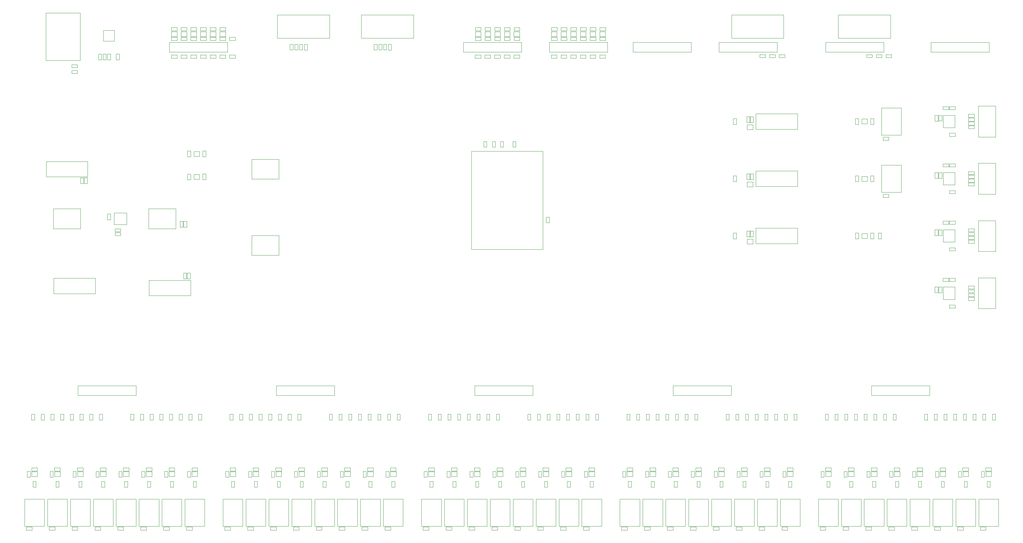
<source format=gbr>
%TF.GenerationSoftware,Altium Limited,Altium Designer,20.0.13 (296)*%
G04 Layer_Color=32768*
%FSLAX26Y26*%
%MOIN*%
%TF.FileFunction,Other,Mechanical_15*%
%TF.Part,Single*%
G01*
G75*
%TA.AperFunction,NonConductor*%
%ADD54C,0.003937*%
%ADD57C,0.001968*%
%ADD85C,0.000787*%
D54*
X2497795Y4039008D02*
X2777795D01*
Y3835008D02*
Y4039008D01*
X2497795Y3835008D02*
X2777795D01*
X2497795D02*
Y4039008D01*
Y3251606D02*
X2777795D01*
Y3047606D02*
Y3251606D01*
X2497795Y3047606D02*
X2777795D01*
X2497795D02*
Y3251606D01*
X9996428Y253701D02*
Y533701D01*
X10200428D01*
Y253701D02*
Y533701D01*
X9996428Y253701D02*
X10200428D01*
X9760208D02*
Y533701D01*
X9964208D01*
Y253701D02*
Y533701D01*
X9760208Y253701D02*
X9964208D01*
X9523987D02*
Y533701D01*
X9727987D01*
Y253701D02*
Y533701D01*
X9523987Y253701D02*
X9727987D01*
X9287767D02*
Y533701D01*
X9491767D01*
Y253701D02*
Y533701D01*
X9287767Y253701D02*
X9491767D01*
X9051546D02*
Y533701D01*
X9255546D01*
Y253701D02*
Y533701D01*
X9051546Y253701D02*
X9255546D01*
X8815326D02*
Y533701D01*
X9019326D01*
Y253701D02*
Y533701D01*
X8815326Y253701D02*
X9019326D01*
X8579105D02*
Y533701D01*
X8783105D01*
Y253701D02*
Y533701D01*
X8579105Y253701D02*
X8783105D01*
X8342885D02*
Y533701D01*
X8546885D01*
Y253701D02*
Y533701D01*
X8342885Y253701D02*
X8546885D01*
X6295641D02*
Y533701D01*
X6499641D01*
Y253701D02*
Y533701D01*
X6295641Y253701D02*
X6499641D01*
X6531861D02*
Y533701D01*
X6735861D01*
Y253701D02*
Y533701D01*
X6531861Y253701D02*
X6735861D01*
X6768082D02*
Y533701D01*
X6972082D01*
Y253701D02*
Y533701D01*
X6768082Y253701D02*
X6972082D01*
X7004302D02*
Y533701D01*
X7208302D01*
Y253701D02*
Y533701D01*
X7004302Y253701D02*
X7208302D01*
X7240523D02*
Y533701D01*
X7444523D01*
Y253701D02*
Y533701D01*
X7240523Y253701D02*
X7444523D01*
X7476743D02*
Y533701D01*
X7680743D01*
Y253701D02*
Y533701D01*
X7476743Y253701D02*
X7680743D01*
X7712964D02*
Y533701D01*
X7916964D01*
Y253701D02*
Y533701D01*
X7712964Y253701D02*
X7916964D01*
X7949184D02*
Y533701D01*
X8153184D01*
Y253701D02*
Y533701D01*
X7949184Y253701D02*
X8153184D01*
X4248397D02*
Y533701D01*
X4452397D01*
Y253701D02*
Y533701D01*
X4248397Y253701D02*
X4452397D01*
X4484617D02*
Y533701D01*
X4688617D01*
Y253701D02*
Y533701D01*
X4484617Y253701D02*
X4688617D01*
X4720838D02*
Y533701D01*
X4924838D01*
Y253701D02*
Y533701D01*
X4720838Y253701D02*
X4924838D01*
X4957058D02*
Y533701D01*
X5161058D01*
Y253701D02*
Y533701D01*
X4957058Y253701D02*
X5161058D01*
X5193279D02*
Y533701D01*
X5397279D01*
Y253701D02*
Y533701D01*
X5193279Y253701D02*
X5397279D01*
X5429499D02*
Y533701D01*
X5633499D01*
Y253701D02*
Y533701D01*
X5429499Y253701D02*
X5633499D01*
X5665720D02*
Y533701D01*
X5869720D01*
Y253701D02*
Y533701D01*
X5665720Y253701D02*
X5869720D01*
X5901940D02*
Y533701D01*
X6105940D01*
Y253701D02*
Y533701D01*
X5901940Y253701D02*
X6105940D01*
X2201153D02*
Y533701D01*
X2405153D01*
Y253701D02*
Y533701D01*
X2201153Y253701D02*
X2405153D01*
X2437373D02*
Y533701D01*
X2641373D01*
Y253701D02*
Y533701D01*
X2437373Y253701D02*
X2641373D01*
X2673594D02*
Y533701D01*
X2877594D01*
Y253701D02*
Y533701D01*
X2673594Y253701D02*
X2877594D01*
X2909814D02*
Y533701D01*
X3113814D01*
Y253701D02*
Y533701D01*
X2909814Y253701D02*
X3113814D01*
X3146035D02*
Y533701D01*
X3350035D01*
Y253701D02*
Y533701D01*
X3146035Y253701D02*
X3350035D01*
X3382255D02*
Y533701D01*
X3586255D01*
Y253701D02*
Y533701D01*
X3382255Y253701D02*
X3586255D01*
X3618476D02*
Y533701D01*
X3822476D01*
Y253701D02*
Y533701D01*
X3618476Y253701D02*
X3822476D01*
X3854696D02*
Y533701D01*
X4058696D01*
Y253701D02*
Y533701D01*
X3854696Y253701D02*
X4058696D01*
X153905D02*
Y533701D01*
X357906D01*
Y253701D02*
Y533701D01*
X153905Y253701D02*
X357906D01*
X390126D02*
Y533701D01*
X594126D01*
Y253701D02*
Y533701D01*
X390126Y253701D02*
X594126D01*
X626346D02*
Y533701D01*
X830346D01*
Y253701D02*
Y533701D01*
X626346Y253701D02*
X830346D01*
X862567D02*
Y533701D01*
X1066567D01*
Y253701D02*
Y533701D01*
X862567Y253701D02*
X1066567D01*
X1098787D02*
Y533701D01*
X1302787D01*
Y253701D02*
Y533701D01*
X1098787Y253701D02*
X1302787D01*
X1335008D02*
Y533701D01*
X1539008D01*
Y253701D02*
Y533701D01*
X1335008Y253701D02*
X1539008D01*
X1571228D02*
Y533701D01*
X1775228D01*
Y253701D02*
Y533701D01*
X1571228Y253701D02*
X1775228D01*
X1807449D02*
Y533701D01*
X2011449D01*
Y253701D02*
Y533701D01*
X1807449Y253701D02*
X2011449D01*
X1434803Y3323197D02*
X1714803D01*
X1434803D02*
Y3527197D01*
X1714803D01*
Y3323197D02*
Y3527197D01*
X450551Y3323197D02*
X730551D01*
X450551D02*
Y3527197D01*
X730551D01*
Y3323197D02*
Y3527197D01*
X8992488Y3698583D02*
Y3978583D01*
X9196488D01*
Y3698583D02*
Y3978583D01*
X8992488Y3698583D02*
X9196488D01*
X8992488Y4289134D02*
Y4569134D01*
X9196488D01*
Y4289134D02*
Y4569134D01*
X8992488Y4289134D02*
X9196488D01*
D57*
X1900134Y3833268D02*
Y3883268D01*
X1958134Y3833268D02*
Y3883268D01*
X1900134Y3833268D02*
X1958134D01*
X1900134Y3883268D02*
X1958134D01*
X1900134Y4069488D02*
Y4119488D01*
X1958134Y4069488D02*
Y4119488D01*
X1900134Y4069488D02*
X1958134D01*
X1900134Y4119488D02*
X1958134D01*
X375984Y3857480D02*
X805118D01*
X375984D02*
Y4016535D01*
X805118D01*
Y3857480D02*
Y4016535D01*
X1205732Y3365197D02*
Y3485197D01*
X1077732Y3365197D02*
X1205732D01*
X1077732D02*
Y3485197D01*
X1205732D01*
X7608795Y3213976D02*
X7666795D01*
X7608795Y3163976D02*
X7666795D01*
Y3213976D01*
X7608795Y3163976D02*
Y3213976D01*
Y3804528D02*
X7666795D01*
X7608795Y3754528D02*
X7666795D01*
Y3804528D01*
X7608795Y3754528D02*
Y3804528D01*
X7698819Y3168504D02*
Y3327559D01*
Y3168504D02*
X8127953D01*
Y3327559D01*
X7698819D02*
X8127953D01*
X7698819Y3759055D02*
Y3918110D01*
Y3759055D02*
X8127953D01*
Y3918110D01*
X7698819D02*
X8127953D01*
X7608795Y4395079D02*
X7666795D01*
X7608795Y4345079D02*
X7666795D01*
Y4395079D01*
X7608795Y4345079D02*
Y4395079D01*
X7698819Y4349606D02*
Y4508662D01*
Y4349606D02*
X8127953D01*
Y4508662D01*
X7698819D02*
X8127953D01*
X8789898Y3273032D02*
X8847898D01*
X8789898Y3223032D02*
X8847898D01*
Y3273032D01*
X8789898Y3223032D02*
Y3273032D01*
Y3863583D02*
X8847898D01*
X8789898Y3813583D02*
X8847898D01*
Y3863583D01*
X8789898Y3813583D02*
Y3863583D01*
Y4454134D02*
X8847898D01*
X8789898Y4404134D02*
X8847898D01*
Y4454134D01*
X8789898Y4404134D02*
Y4454134D01*
X9749000Y3774583D02*
Y3902583D01*
X9631000Y3774583D02*
X9749000D01*
X9631000D02*
Y3902583D01*
X9749000D01*
Y3184032D02*
Y3312032D01*
X9631000Y3184032D02*
X9749000D01*
X9631000D02*
Y3312032D01*
X9749000D01*
Y2593480D02*
Y2721480D01*
X9631000Y2593480D02*
X9749000D01*
X9631000D02*
Y2721480D01*
X9749000D01*
X9994370Y2816480D02*
X10171370D01*
Y2498480D02*
Y2816480D01*
X9994370Y2498480D02*
Y2816480D01*
Y2498480D02*
X10171370D01*
X9994370Y3407032D02*
X10171370D01*
Y3089032D02*
Y3407032D01*
X9994370Y3089032D02*
Y3407032D01*
Y3089032D02*
X10171370D01*
X9994370Y3997583D02*
X10171370D01*
Y3679583D02*
Y3997583D01*
X9994370Y3679583D02*
Y3997583D01*
Y3679583D02*
X10171370D01*
X9749000Y4365134D02*
Y4493134D01*
X9631000Y4365134D02*
X9749000D01*
X9631000D02*
Y4493134D01*
X9749000D01*
X9994370Y4588134D02*
X10171370D01*
Y4270134D02*
Y4588134D01*
X9994370Y4270134D02*
Y4588134D01*
Y4270134D02*
X10171370D01*
X3627638Y5290142D02*
X4166638D01*
X3627638Y5530142D02*
X4166638D01*
Y5290142D02*
Y5530142D01*
X3627638Y5290142D02*
Y5530142D01*
X2761496Y5290142D02*
X3300496D01*
X2761496Y5530142D02*
X3300496D01*
Y5290142D02*
Y5530142D01*
X2761496Y5290142D02*
Y5530142D01*
X8548898Y5290142D02*
X9087898D01*
X8548898Y5530142D02*
X9087898D01*
Y5290142D02*
Y5530142D01*
X8548898Y5290142D02*
Y5530142D01*
X7446535Y5290142D02*
X7985535D01*
X7446535Y5530142D02*
X7985535D01*
Y5290142D02*
Y5530142D01*
X7446535Y5290142D02*
Y5530142D01*
X883858Y2651929D02*
Y2810984D01*
X454724D02*
X883858D01*
X454724Y2651929D02*
Y2810984D01*
Y2651929D02*
X883858D01*
X374016Y5057087D02*
X728346D01*
X374016D02*
Y5549213D01*
X728346D01*
Y5057087D02*
Y5549213D01*
X1668244Y5306929D02*
X1726244D01*
X1668244Y5356929D02*
X1726244D01*
X1668244Y5306929D02*
Y5356929D01*
X1726244Y5306929D02*
Y5356929D01*
X966622Y5369095D02*
X1080622D01*
Y5259961D02*
Y5369095D01*
X966622Y5259961D02*
X1080622D01*
X966622D02*
Y5369095D01*
X5500661Y3108472D02*
Y4120472D01*
X4764661Y3108472D02*
Y4120472D01*
X5500661D01*
X4764661Y3108472D02*
X5500661D01*
X3219032Y813740D02*
X3277032D01*
X3219032Y763740D02*
X3277032D01*
Y813740D01*
X3219032Y763740D02*
Y813740D01*
X3455252D02*
X3513252D01*
X3455252Y763740D02*
X3513252D01*
Y813740D01*
X3455252Y763740D02*
Y813740D01*
X3691472D02*
X3749472D01*
X3691472Y763740D02*
X3749472D01*
Y813740D01*
X3691472Y763740D02*
Y813740D01*
X3927693D02*
X3985693D01*
X3927693Y763740D02*
X3985693D01*
Y813740D01*
X3927693Y763740D02*
Y813740D01*
X2274150D02*
X2332150D01*
X2274150Y763740D02*
X2332150D01*
Y813740D01*
X2274150Y763740D02*
Y813740D01*
X2510370D02*
X2568370D01*
X2510370Y763740D02*
X2568370D01*
Y813740D01*
X2510370Y763740D02*
Y813740D01*
X2746590D02*
X2804590D01*
X2746590Y763740D02*
X2804590D01*
Y813740D01*
X2746590Y763740D02*
Y813740D01*
X2982811D02*
X3040811D01*
X2982811Y763740D02*
X3040811D01*
Y813740D01*
X2982811Y763740D02*
Y813740D01*
X5266276D02*
X5324276D01*
X5266276Y763740D02*
X5324276D01*
Y813740D01*
X5266276Y763740D02*
Y813740D01*
X5502496D02*
X5560496D01*
X5502496Y763740D02*
X5560496D01*
Y813740D01*
X5502496Y763740D02*
Y813740D01*
X5738717D02*
X5796717D01*
X5738717Y763740D02*
X5796717D01*
Y813740D01*
X5738717Y763740D02*
Y813740D01*
X5974937D02*
X6032937D01*
X5974937Y763740D02*
X6032937D01*
Y813740D01*
X5974937Y763740D02*
Y813740D01*
X4321394D02*
X4379394D01*
X4321394Y763740D02*
X4379394D01*
Y813740D01*
X4321394Y763740D02*
Y813740D01*
X4557614D02*
X4615614D01*
X4557614Y763740D02*
X4615614D01*
Y813740D01*
X4557614Y763740D02*
Y813740D01*
X4793835D02*
X4851835D01*
X4793835Y763740D02*
X4851835D01*
Y813740D01*
X4793835Y763740D02*
Y813740D01*
X5030055D02*
X5088055D01*
X5030055Y763740D02*
X5088055D01*
Y813740D01*
X5030055Y763740D02*
Y813740D01*
X7313520D02*
X7371520D01*
X7313520Y763740D02*
X7371520D01*
Y813740D01*
X7313520Y763740D02*
Y813740D01*
X7549740D02*
X7607740D01*
X7549740Y763740D02*
X7607740D01*
Y813740D01*
X7549740Y763740D02*
Y813740D01*
X7785961D02*
X7843961D01*
X7785961Y763740D02*
X7843961D01*
Y813740D01*
X7785961Y763740D02*
Y813740D01*
X8022181D02*
X8080181D01*
X8022181Y763740D02*
X8080181D01*
Y813740D01*
X8022181Y763740D02*
Y813740D01*
X6368638D02*
X6426638D01*
X6368638Y763740D02*
X6426638D01*
Y813740D01*
X6368638Y763740D02*
Y813740D01*
X6604858D02*
X6662858D01*
X6604858Y763740D02*
X6662858D01*
Y813740D01*
X6604858Y763740D02*
Y813740D01*
X6841079D02*
X6899079D01*
X6841079Y763740D02*
X6899079D01*
Y813740D01*
X6841079Y763740D02*
Y813740D01*
X7077299D02*
X7135299D01*
X7077299Y763740D02*
X7135299D01*
Y813740D01*
X7077299Y763740D02*
Y813740D01*
X9360764D02*
X9418764D01*
X9360764Y763740D02*
X9418764D01*
Y813740D01*
X9360764Y763740D02*
Y813740D01*
X9596984D02*
X9654984D01*
X9596984Y763740D02*
X9654984D01*
Y813740D01*
X9596984Y763740D02*
Y813740D01*
X9833205D02*
X9891205D01*
X9833205Y763740D02*
X9891205D01*
Y813740D01*
X9833205Y763740D02*
Y813740D01*
X10069425D02*
X10127425D01*
X10069425Y763740D02*
X10127425D01*
Y813740D01*
X10069425Y763740D02*
Y813740D01*
X8415882D02*
X8473882D01*
X8415882Y763740D02*
X8473882D01*
Y813740D01*
X8415882Y763740D02*
Y813740D01*
X8652102D02*
X8710102D01*
X8652102Y763740D02*
X8710102D01*
Y813740D01*
X8652102Y763740D02*
Y813740D01*
X8888323D02*
X8946323D01*
X8888323Y763740D02*
X8946323D01*
Y813740D01*
X8888323Y763740D02*
Y813740D01*
X9124543D02*
X9182543D01*
X9124543Y763740D02*
X9182543D01*
Y813740D01*
X9124543Y763740D02*
Y813740D01*
X463126D02*
X521126D01*
X463126Y763740D02*
X521126D01*
Y813740D01*
X463126Y763740D02*
Y813740D01*
X699346D02*
X757346D01*
X699346Y763740D02*
X757346D01*
Y813740D01*
X699346Y763740D02*
Y813740D01*
X935567D02*
X993567D01*
X935567Y763740D02*
X993567D01*
Y813740D01*
X935567Y763740D02*
Y813740D01*
X1171787D02*
X1229787D01*
X1171787Y763740D02*
X1229787D01*
Y813740D01*
X1171787Y763740D02*
Y813740D01*
X1408008D02*
X1466008D01*
X1408008Y763740D02*
X1466008D01*
Y813740D01*
X1408008Y763740D02*
Y813740D01*
X1644228D02*
X1702228D01*
X1644228Y763740D02*
X1702228D01*
Y813740D01*
X1644228Y763740D02*
Y813740D01*
X1880449D02*
X1938449D01*
X1880449Y763740D02*
X1938449D01*
Y813740D01*
X1880449Y763740D02*
Y813740D01*
X226905D02*
X284906D01*
X226905Y763740D02*
X284906D01*
Y813740D01*
X226905Y763740D02*
Y813740D01*
X5201039Y5306929D02*
X5259039D01*
X5201039Y5356929D02*
X5259039D01*
X5201039Y5306929D02*
Y5356929D01*
X5259039Y5306929D02*
Y5356929D01*
X4902890Y5306929D02*
X4960890D01*
X4902890Y5356929D02*
X4960890D01*
X4902890Y5306929D02*
Y5356929D01*
X4960890Y5306929D02*
Y5356929D01*
X4802890Y5306929D02*
X4860890D01*
X4802890Y5356929D02*
X4860890D01*
X4802890Y5306929D02*
Y5356929D01*
X4860890Y5306929D02*
Y5356929D01*
X5002890Y5306929D02*
X5060890D01*
X5002890Y5356929D02*
X5060890D01*
X5002890Y5306929D02*
Y5356929D01*
X5060890Y5306929D02*
Y5356929D01*
X5102890Y5306929D02*
X5160890D01*
X5102890Y5356929D02*
X5160890D01*
X5102890Y5306929D02*
Y5356929D01*
X5160890Y5306929D02*
Y5356929D01*
X1868244Y5306929D02*
X1926244D01*
X1868244Y5356929D02*
X1926244D01*
X1868244Y5306929D02*
Y5356929D01*
X1926244Y5306929D02*
Y5356929D01*
X1768244Y5306929D02*
X1826244D01*
X1768244Y5356929D02*
X1826244D01*
X1768244Y5306929D02*
Y5356929D01*
X1826244Y5306929D02*
Y5356929D01*
X2168244Y5306929D02*
X2226244D01*
X2168244Y5356929D02*
X2226244D01*
X2168244Y5306929D02*
Y5356929D01*
X2226244Y5306929D02*
Y5356929D01*
X2068244Y5306929D02*
X2126244D01*
X2068244Y5356929D02*
X2126244D01*
X2068244Y5306929D02*
Y5356929D01*
X2126244Y5306929D02*
Y5356929D01*
X1968244Y5306929D02*
X2026244D01*
X1968244Y5356929D02*
X2026244D01*
X1968244Y5306929D02*
Y5356929D01*
X2026244Y5306929D02*
Y5356929D01*
X5887142Y5306929D02*
X5945142D01*
X5887142Y5356929D02*
X5945142D01*
X5887142Y5306929D02*
Y5356929D01*
X5945142Y5306929D02*
Y5356929D01*
X5987142Y5306929D02*
X6045142D01*
X5987142Y5356929D02*
X6045142D01*
X5987142Y5306929D02*
Y5356929D01*
X6045142Y5306929D02*
Y5356929D01*
X6087142Y5306929D02*
X6145142D01*
X6087142Y5356929D02*
X6145142D01*
X6087142Y5306929D02*
Y5356929D01*
X6145142Y5306929D02*
Y5356929D01*
X5587142Y5306929D02*
X5645142D01*
X5587142Y5356929D02*
X5645142D01*
X5587142Y5306929D02*
Y5356929D01*
X5645142Y5306929D02*
Y5356929D01*
X5687142Y5306929D02*
X5745142D01*
X5687142Y5356929D02*
X5745142D01*
X5687142Y5306929D02*
Y5356929D01*
X5745142Y5306929D02*
Y5356929D01*
X5787142Y5306929D02*
X5845142D01*
X5787142Y5356929D02*
X5845142D01*
X5787142Y5306929D02*
Y5356929D01*
X5845142Y5306929D02*
Y5356929D01*
X1868110Y2630472D02*
Y2789528D01*
X1438976D02*
X1868110D01*
X1438976Y2630472D02*
Y2789528D01*
Y2630472D02*
X1868110D01*
D85*
X5209846Y212599D02*
X5268901D01*
X5209846Y244095D02*
X5268901D01*
Y212850D02*
Y244346D01*
X5209846Y212850D02*
Y244346D01*
X5446066Y212599D02*
X5505121D01*
X5446066Y244095D02*
X5505121D01*
Y212850D02*
Y244346D01*
X5446066Y212850D02*
Y244346D01*
X5682287Y212599D02*
X5741342D01*
X5682287Y244095D02*
X5741342D01*
Y212850D02*
Y244346D01*
X5682287Y212850D02*
Y244346D01*
X5918507Y212599D02*
X5977562D01*
X5918507Y244095D02*
X5977562D01*
Y212850D02*
Y244346D01*
X5918507Y212850D02*
Y244346D01*
X6312208Y212599D02*
X6371263D01*
X6312208Y244095D02*
X6371263D01*
Y212850D02*
Y244346D01*
X6312208Y212850D02*
Y244346D01*
X6548428Y212599D02*
X6607484D01*
X6548428Y244095D02*
X6607484D01*
Y212850D02*
Y244346D01*
X6548428Y212850D02*
Y244346D01*
X6784649Y212599D02*
X6843704D01*
X6784649Y244095D02*
X6843704D01*
Y212850D02*
Y244346D01*
X6784649Y212850D02*
Y244346D01*
X7020869Y212599D02*
X7079924D01*
X7020869Y244095D02*
X7079924D01*
Y212850D02*
Y244346D01*
X7020869Y212850D02*
Y244346D01*
X7257090Y212599D02*
X7316145D01*
X7257090Y244095D02*
X7316145D01*
Y212850D02*
Y244346D01*
X7257090Y212850D02*
Y244346D01*
X7493310Y212599D02*
X7552365D01*
X7493310Y244095D02*
X7552365D01*
Y212850D02*
Y244346D01*
X7493310Y212850D02*
Y244346D01*
X7729531Y212599D02*
X7788586D01*
X7729531Y244095D02*
X7788586D01*
Y212850D02*
Y244346D01*
X7729531Y212850D02*
Y244346D01*
X7965751Y212599D02*
X8024806D01*
X7965751Y244095D02*
X8024806D01*
Y212850D02*
Y244346D01*
X7965751Y212850D02*
Y244346D01*
X10012995Y212599D02*
X10072050D01*
X10012995Y244095D02*
X10072050D01*
Y212850D02*
Y244346D01*
X10012995Y212850D02*
Y244346D01*
X9776775Y212599D02*
X9835830D01*
X9776775Y244095D02*
X9835830D01*
Y212850D02*
Y244346D01*
X9776775Y212850D02*
Y244346D01*
X9540554Y212599D02*
X9599610D01*
X9540554Y244095D02*
X9599610D01*
Y212850D02*
Y244346D01*
X9540554Y212850D02*
Y244346D01*
X9304334Y212599D02*
X9363389D01*
X9304334Y244095D02*
X9363389D01*
Y212850D02*
Y244346D01*
X9304334Y212850D02*
Y244346D01*
X9068113Y212599D02*
X9127168D01*
X9068113Y244095D02*
X9127168D01*
Y212850D02*
Y244346D01*
X9068113Y212850D02*
Y244346D01*
X8831893Y212599D02*
X8890948D01*
X8831893Y244095D02*
X8890948D01*
Y212850D02*
Y244346D01*
X8831893Y212850D02*
Y244346D01*
X8595672Y212599D02*
X8654728D01*
X8595672Y244095D02*
X8654728D01*
Y212850D02*
Y244346D01*
X8595672Y212850D02*
Y244346D01*
X8359452Y212599D02*
X8418507D01*
X8359452Y244095D02*
X8418507D01*
Y212850D02*
Y244346D01*
X8359452Y212850D02*
Y244346D01*
X1795024Y3339764D02*
X1826520D01*
X1795024Y3398819D02*
X1826520D01*
X1795276Y3339764D02*
Y3398819D01*
X1826772Y3339764D02*
Y3398819D01*
X1787401Y3339764D02*
Y3398819D01*
X1755906Y3339764D02*
Y3398819D01*
X1755653D02*
X1787150D01*
X1755653Y3339764D02*
X1787150D01*
X1866142Y3827953D02*
Y3887008D01*
X1834646Y3827953D02*
Y3887008D01*
X1834394D02*
X1865890D01*
X1834394Y3827953D02*
X1865890D01*
X1992378Y3887795D02*
X2023874D01*
X1992378Y3828740D02*
X2023874D01*
X2023622D02*
Y3887795D01*
X1992126Y3828740D02*
Y3887795D01*
X1992378Y4124016D02*
X2023874D01*
X1992378Y4064961D02*
X2023874D01*
X2023622D02*
Y4124016D01*
X1992126Y4064961D02*
Y4124016D01*
X1866142Y4064961D02*
Y4124016D01*
X1834646Y4064961D02*
Y4124016D01*
X1834394D02*
X1865890D01*
X1834394Y4064961D02*
X1865890D01*
X730961Y3848425D02*
X762457D01*
X730961Y3789370D02*
X762457D01*
X762205D02*
Y3848425D01*
X730709Y3789370D02*
Y3848425D01*
X769291Y3789370D02*
Y3848425D01*
X800787Y3789370D02*
Y3848425D01*
X769543Y3789370D02*
X801039D01*
X769543Y3848425D02*
X801039D01*
X1085827Y3252220D02*
Y3283716D01*
X1144882Y3252220D02*
Y3283716D01*
X1085827Y3283465D02*
X1144882D01*
X1085827Y3251968D02*
X1144882D01*
X1085827Y3291590D02*
Y3323087D01*
X1144882Y3291590D02*
Y3323087D01*
X1085827Y3322835D02*
X1144882D01*
X1085827Y3291339D02*
X1144882D01*
X1007874Y3416142D02*
Y3475197D01*
X1039370Y3416142D02*
Y3475197D01*
X1008126Y3416142D02*
X1039622D01*
X1008126Y3475197D02*
X1039622D01*
X7639370Y3238189D02*
Y3297244D01*
X7670866Y3238189D02*
Y3297244D01*
X7639622Y3238189D02*
X7671118D01*
X7639622Y3297244D02*
X7671118D01*
X7604189D02*
X7635685D01*
X7604189Y3238189D02*
X7635685D01*
X7635433D02*
Y3297244D01*
X7603937Y3238189D02*
Y3297244D01*
X7464315Y3218504D02*
X7495811D01*
X7464315Y3277559D02*
X7495811D01*
X7464567Y3218504D02*
Y3277559D01*
X7496063Y3218504D02*
Y3277559D01*
X7639370Y3828740D02*
Y3887795D01*
X7670866Y3828740D02*
Y3887795D01*
X7639622Y3828740D02*
X7671118D01*
X7639622Y3887795D02*
X7671118D01*
X7604189D02*
X7635685D01*
X7604189Y3828740D02*
X7635685D01*
X7635433D02*
Y3887795D01*
X7603937Y3828740D02*
Y3887795D01*
X7464315Y3809055D02*
X7495811D01*
X7464315Y3868110D02*
X7495811D01*
X7464567Y3809055D02*
Y3868110D01*
X7496063Y3809055D02*
Y3868110D01*
X7639370Y4419291D02*
Y4478346D01*
X7670866Y4419291D02*
Y4478346D01*
X7639622Y4419291D02*
X7671118D01*
X7639622Y4478346D02*
X7671118D01*
X7604189D02*
X7635685D01*
X7604189Y4419291D02*
X7635685D01*
X7635433D02*
Y4478346D01*
X7603937Y4419291D02*
Y4478346D01*
X7464315Y4399606D02*
X7495811D01*
X7464315Y4458662D02*
X7495811D01*
X7464567Y4399606D02*
Y4458662D01*
X7496063Y4399606D02*
Y4458662D01*
X8724157Y3218504D02*
X8755654D01*
X8724157Y3277559D02*
X8755654D01*
X8724409Y3218504D02*
Y3277559D01*
X8755906Y3218504D02*
Y3277559D01*
X8881890Y3218504D02*
Y3277559D01*
X8913386Y3218504D02*
Y3277559D01*
X8882142Y3218504D02*
X8913638D01*
X8882142Y3277559D02*
X8913638D01*
X8960882D02*
X8992378D01*
X8960882Y3218504D02*
X8992378D01*
X8992126D02*
Y3277559D01*
X8960630Y3218504D02*
Y3277559D01*
X8881890Y3809055D02*
Y3868110D01*
X8913386Y3809055D02*
Y3868110D01*
X8882142Y3809055D02*
X8913638D01*
X8882142Y3868110D02*
X8913638D01*
X8724157Y3809055D02*
X8755654D01*
X8724157Y3868110D02*
X8755654D01*
X8724409Y3809055D02*
Y3868110D01*
X8755906Y3809055D02*
Y3868110D01*
X8881890Y4399606D02*
Y4458662D01*
X8913386Y4399606D02*
Y4458662D01*
X8882142Y4399606D02*
X8913638D01*
X8882142Y4458662D02*
X8913638D01*
X8724157Y4399606D02*
X8755654D01*
X8724157Y4458662D02*
X8755654D01*
X8724409Y4399606D02*
Y4458662D01*
X8755906Y4399606D02*
Y4458662D01*
X9068110Y3645417D02*
Y3676913D01*
X9009055Y3645417D02*
Y3676913D01*
Y3645669D02*
X9068110D01*
X9009055Y3677165D02*
X9068110D01*
Y4235968D02*
Y4267465D01*
X9009055Y4235968D02*
Y4267465D01*
Y4236221D02*
X9068110D01*
X9009055Y4267717D02*
X9068110D01*
X9891732Y2582929D02*
Y2614425D01*
X9950787Y2582929D02*
Y2614425D01*
X9891732Y2614173D02*
X9950787D01*
X9891732Y2582677D02*
X9950787D01*
Y2621795D02*
Y2653291D01*
X9891732Y2621795D02*
Y2653291D01*
Y2622047D02*
X9950787D01*
X9891732Y2653543D02*
X9950787D01*
X9891732Y2661669D02*
Y2693165D01*
X9950787Y2661669D02*
Y2693165D01*
X9891732Y2692913D02*
X9950787D01*
X9891732Y2661417D02*
X9950787D01*
X9891732Y2701039D02*
Y2732535D01*
X9950787Y2701039D02*
Y2732535D01*
X9891732Y2732283D02*
X9950787D01*
X9891732Y2700787D02*
X9950787D01*
X9891732Y3173480D02*
Y3204976D01*
X9950787Y3173480D02*
Y3204976D01*
X9891732Y3204724D02*
X9950787D01*
X9891732Y3173228D02*
X9950787D01*
Y3212347D02*
Y3243843D01*
X9891732Y3212347D02*
Y3243843D01*
Y3212599D02*
X9950787D01*
X9891732Y3244095D02*
X9950787D01*
X9891732Y3252220D02*
Y3283716D01*
X9950787Y3252220D02*
Y3283716D01*
X9891732Y3283465D02*
X9950787D01*
X9891732Y3251968D02*
X9950787D01*
X9891732Y3291590D02*
Y3323087D01*
X9950787Y3291590D02*
Y3323087D01*
X9891732Y3322835D02*
X9950787D01*
X9891732Y3291339D02*
X9950787D01*
X9891732Y3764032D02*
Y3795528D01*
X9950787Y3764032D02*
Y3795528D01*
X9891732Y3795276D02*
X9950787D01*
X9891732Y3763780D02*
X9950787D01*
Y3802898D02*
Y3834394D01*
X9891732Y3802898D02*
Y3834394D01*
Y3803150D02*
X9950787D01*
X9891732Y3834646D02*
X9950787D01*
X9891732Y3842772D02*
Y3874268D01*
X9950787Y3842772D02*
Y3874268D01*
X9891732Y3874016D02*
X9950787D01*
X9891732Y3842520D02*
X9950787D01*
X9891732Y3882142D02*
Y3913638D01*
X9950787Y3882142D02*
Y3913638D01*
X9891732Y3913386D02*
X9950787D01*
X9891732Y3881890D02*
X9950787D01*
X9754528Y3684787D02*
Y3716284D01*
X9695472Y3684787D02*
Y3716284D01*
Y3685039D02*
X9754528D01*
X9695472Y3716535D02*
X9754528D01*
Y3094236D02*
Y3125732D01*
X9695472Y3094236D02*
Y3125732D01*
Y3094488D02*
X9754528D01*
X9695472Y3125984D02*
X9754528D01*
Y2503685D02*
Y2535181D01*
X9695472Y2503685D02*
Y2535181D01*
Y2503937D02*
X9754528D01*
X9695472Y2535433D02*
X9754528D01*
Y2779276D02*
Y2810772D01*
X9695472Y2779276D02*
Y2810772D01*
Y2779528D02*
X9754528D01*
X9695472Y2811024D02*
X9754528D01*
Y3369827D02*
Y3401323D01*
X9695472Y3369827D02*
Y3401323D01*
Y3370079D02*
X9754528D01*
X9695472Y3401575D02*
X9754528D01*
Y3960378D02*
Y3991874D01*
X9695472Y3960378D02*
Y3991874D01*
Y3960630D02*
X9754528D01*
X9695472Y3992126D02*
X9754528D01*
X9584252Y2662205D02*
Y2721260D01*
X9615748Y2662205D02*
Y2721260D01*
X9584504Y2662205D02*
X9616000D01*
X9584504Y2721260D02*
X9616000D01*
X9584252Y3252756D02*
Y3311811D01*
X9615748Y3252756D02*
Y3311811D01*
X9584504Y3252756D02*
X9616000D01*
X9584504Y3311811D02*
X9616000D01*
X9584252Y3843307D02*
Y3902362D01*
X9615748Y3843307D02*
Y3902362D01*
X9584504Y3843307D02*
X9616000D01*
X9584504Y3902362D02*
X9616000D01*
X9627441Y3960630D02*
X9686496D01*
X9627441Y3992126D02*
X9686496D01*
Y3960882D02*
Y3992378D01*
X9627441Y3960882D02*
Y3992378D01*
Y3370079D02*
X9686496D01*
X9627441Y3401575D02*
X9686496D01*
Y3370331D02*
Y3401827D01*
X9627441Y3370331D02*
Y3401827D01*
Y2779528D02*
X9686496D01*
X9627441Y2811024D02*
X9686496D01*
Y2779780D02*
Y2811276D01*
X9627441Y2779780D02*
Y2811276D01*
X9544504Y2720472D02*
X9576000D01*
X9544504Y2661417D02*
X9576000D01*
X9575748D02*
Y2720472D01*
X9544252Y2661417D02*
Y2720472D01*
X9544504Y3311024D02*
X9576000D01*
X9544504Y3251968D02*
X9576000D01*
X9575748D02*
Y3311024D01*
X9544252Y3251968D02*
Y3311024D01*
X9544504Y3901575D02*
X9576000D01*
X9544504Y3842520D02*
X9576000D01*
X9575748D02*
Y3901575D01*
X9544252Y3842520D02*
Y3901575D01*
X9544504Y4492126D02*
X9576000D01*
X9544504Y4433071D02*
X9576000D01*
X9575748D02*
Y4492126D01*
X9544252Y4433071D02*
Y4492126D01*
X9584252Y4433858D02*
Y4492913D01*
X9615748Y4433858D02*
Y4492913D01*
X9584504Y4433858D02*
X9616000D01*
X9584504Y4492913D02*
X9616000D01*
X9754528Y4275339D02*
Y4306835D01*
X9695472Y4275339D02*
Y4306835D01*
Y4275591D02*
X9754528D01*
X9695472Y4307087D02*
X9754528D01*
Y4550929D02*
Y4582425D01*
X9695472Y4550929D02*
Y4582425D01*
Y4551181D02*
X9754528D01*
X9695472Y4582677D02*
X9754528D01*
X9627441Y4551181D02*
X9686496D01*
X9627441Y4582677D02*
X9686496D01*
Y4551433D02*
Y4582929D01*
X9627441Y4551433D02*
Y4582929D01*
X9891732Y4354583D02*
Y4386079D01*
X9950787Y4354583D02*
Y4386079D01*
X9891732Y4385827D02*
X9950787D01*
X9891732Y4354331D02*
X9950787D01*
Y4393449D02*
Y4424945D01*
X9891732Y4393449D02*
Y4424945D01*
Y4393701D02*
X9950787D01*
X9891732Y4425197D02*
X9950787D01*
X9891732Y4433323D02*
Y4464819D01*
X9950787Y4433323D02*
Y4464819D01*
X9891732Y4464567D02*
X9950787D01*
X9891732Y4433071D02*
X9950787D01*
X9891732Y4472693D02*
Y4504189D01*
X9950787Y4472693D02*
Y4504189D01*
X9891732Y4503937D02*
X9950787D01*
X9891732Y4472441D02*
X9950787D01*
X6432283Y5146850D02*
X7032283D01*
X6432283Y5246850D02*
X7032283D01*
Y5146850D02*
Y5246850D01*
X6432283Y5146850D02*
Y5246850D01*
X5566142Y5146850D02*
X6166142D01*
X5566142Y5246850D02*
X6166142D01*
Y5146850D02*
Y5246850D01*
X5566142Y5146850D02*
Y5246850D01*
X4681890Y5146850D02*
X5281890D01*
X4681890Y5246850D02*
X5281890D01*
Y5146850D02*
Y5246850D01*
X4681890Y5146850D02*
Y5246850D01*
X3905669Y5166535D02*
X3937165D01*
X3905669Y5225591D02*
X3937165D01*
X3905921Y5166535D02*
Y5225591D01*
X3937417Y5166535D02*
Y5225591D01*
X3856709Y5167323D02*
Y5226378D01*
X3888205Y5167323D02*
Y5226378D01*
X3856961Y5167323D02*
X3888457D01*
X3856961Y5226378D02*
X3888457D01*
X3807496Y5167323D02*
Y5226378D01*
X3838992Y5167323D02*
Y5226378D01*
X3807748Y5167323D02*
X3839244D01*
X3807748Y5226378D02*
X3839244D01*
X3758032Y5167323D02*
X3789528D01*
X3758032Y5226378D02*
X3789528D01*
X3758284Y5167323D02*
Y5226378D01*
X3789780Y5167323D02*
Y5226378D01*
X3039528Y5166535D02*
X3071024D01*
X3039528Y5225591D02*
X3071024D01*
X3039780Y5166535D02*
Y5225591D01*
X3071276Y5166535D02*
Y5225591D01*
X2990567Y5167323D02*
Y5226378D01*
X3022063Y5167323D02*
Y5226378D01*
X2990819Y5167323D02*
X3022315D01*
X2990819Y5226378D02*
X3022315D01*
X2941354Y5167323D02*
Y5226378D01*
X2972850Y5167323D02*
Y5226378D01*
X2941606Y5167323D02*
X2973102D01*
X2941606Y5226378D02*
X2973102D01*
X2891890Y5167323D02*
X2923386D01*
X2891890Y5226378D02*
X2923386D01*
X2892142Y5167323D02*
Y5226378D01*
X2923638Y5167323D02*
Y5226378D01*
X9503150Y5146850D02*
X10103150D01*
X9503150Y5246850D02*
X10103150D01*
Y5146850D02*
Y5246850D01*
X9503150Y5146850D02*
Y5246850D01*
X8418898D02*
X9018898D01*
X8418898Y5146850D02*
X9018898D01*
X8418898D02*
Y5246850D01*
X9018898Y5146850D02*
Y5246850D01*
X7737008Y5087532D02*
Y5119028D01*
X7796063Y5087532D02*
Y5119028D01*
X7737008Y5118776D02*
X7796063D01*
X7737008Y5087280D02*
X7796063D01*
X7837008Y5087532D02*
Y5119028D01*
X7896063Y5087532D02*
Y5119028D01*
X7837008Y5118776D02*
X7896063D01*
X7837008Y5087280D02*
X7896063D01*
X7937008Y5087532D02*
Y5119028D01*
X7996063Y5087532D02*
Y5119028D01*
X7937008Y5118776D02*
X7996063D01*
X7937008Y5087280D02*
X7996063D01*
X7316535Y5246850D02*
X7916535D01*
X7316535Y5146850D02*
X7916535D01*
X7316535D02*
Y5246850D01*
X7916535Y5146850D02*
Y5246850D01*
X1863780Y2805472D02*
Y2864528D01*
X1832284Y2805472D02*
Y2864528D01*
X1832032D02*
X1863528D01*
X1832032Y2805472D02*
X1863528D01*
X1793449D02*
X1824945D01*
X1793449Y2864528D02*
X1824945D01*
X1793701Y2805472D02*
Y2864528D01*
X1825197Y2805472D02*
Y2864528D01*
X2749606Y1703543D02*
X3349606D01*
X2749606Y1603543D02*
X3349606D01*
X2749606D02*
Y1703543D01*
X3349606Y1603543D02*
Y1703543D01*
X4796850D02*
X5396850D01*
X4796850Y1603543D02*
X5396850D01*
X4796850D02*
Y1703543D01*
X5396850Y1603543D02*
Y1703543D01*
X6844095D02*
X7444095D01*
X6844095Y1603543D02*
X7444095D01*
X6844095D02*
Y1703543D01*
X7444095Y1603543D02*
Y1703543D01*
X8891339D02*
X9491339D01*
X8891339Y1603543D02*
X9491339D01*
X8891339D02*
Y1703543D01*
X9491339Y1603543D02*
Y1703543D01*
X702362D02*
X1302362D01*
X702362Y1603543D02*
X1302362D01*
X702362D02*
Y1703543D01*
X1302362Y1603543D02*
Y1703543D01*
X1827559Y5082425D02*
Y5113921D01*
X1768504Y5082425D02*
Y5113921D01*
Y5082677D02*
X1827559D01*
X1768504Y5114173D02*
X1827559D01*
X1727559Y5082425D02*
Y5113921D01*
X1668504Y5082425D02*
Y5113921D01*
Y5082677D02*
X1727559D01*
X1668504Y5114173D02*
X1727559D01*
X1667717Y5397677D02*
X1726772D01*
X1667717Y5366181D02*
X1726772D01*
X1667717Y5365929D02*
Y5397425D01*
X1726772Y5365929D02*
Y5397425D01*
X1667717Y5266433D02*
Y5297929D01*
X1726772Y5266433D02*
Y5297929D01*
X1667717Y5297677D02*
X1726772D01*
X1667717Y5266181D02*
X1726772D01*
X1647244Y5246850D02*
X2247244D01*
X1647244Y5146850D02*
X2247244D01*
X1647244D02*
Y5246850D01*
X2247244Y5146850D02*
Y5246850D01*
X1098173Y5065413D02*
X1129669D01*
X1098173Y5124468D02*
X1129669D01*
X1098425Y5065413D02*
Y5124468D01*
X1129921Y5065413D02*
Y5124468D01*
X1008126D02*
X1039622D01*
X1008126Y5065413D02*
X1039622D01*
X1039370D02*
Y5124468D01*
X1007874Y5065413D02*
Y5124468D01*
X962346Y5065413D02*
X993842D01*
X962346Y5124468D02*
X993842D01*
X962598Y5065413D02*
Y5124468D01*
X994094Y5065413D02*
Y5124468D01*
X917071Y5065413D02*
X948567D01*
X917071Y5124468D02*
X948567D01*
X917323Y5065413D02*
Y5124468D01*
X948819Y5065413D02*
Y5124468D01*
X5535102Y3384528D02*
X5566598D01*
X5535102Y3443583D02*
X5566598D01*
X5535354Y3384528D02*
Y3443583D01*
X5566850Y3384528D02*
Y3443583D01*
X4890221Y4164055D02*
X4921717D01*
X4890221Y4223110D02*
X4921717D01*
X4890472Y4164055D02*
Y4223110D01*
X4921968Y4164055D02*
Y4223110D01*
X4979984Y4164055D02*
X5011480D01*
X4979984Y4223110D02*
X5011480D01*
X4980236Y4164055D02*
Y4223110D01*
X5011732Y4164055D02*
Y4223110D01*
X5062661Y4164055D02*
X5094158D01*
X5062661Y4223110D02*
X5094158D01*
X5062913Y4164055D02*
Y4223110D01*
X5094409Y4164055D02*
Y4223110D01*
X5190221Y4164055D02*
X5221717D01*
X5190221Y4223110D02*
X5221717D01*
X5190472Y4164055D02*
Y4223110D01*
X5221968Y4164055D02*
Y4223110D01*
X3172976Y759213D02*
X3204472D01*
X3172976Y818268D02*
X3204472D01*
X3173228Y759213D02*
Y818268D01*
X3204724Y759213D02*
Y818268D01*
X3409197Y759213D02*
X3440693D01*
X3409197Y818268D02*
X3440693D01*
X3409449Y759213D02*
Y818268D01*
X3440945Y759213D02*
Y818268D01*
X3645417Y759213D02*
X3676913D01*
X3645417Y818268D02*
X3676913D01*
X3645669Y759213D02*
Y818268D01*
X3677165Y759213D02*
Y818268D01*
X3881638Y759213D02*
X3913134D01*
X3881638Y818268D02*
X3913134D01*
X3881890Y759213D02*
Y818268D01*
X3913386Y759213D02*
Y818268D01*
X2228095Y759213D02*
X2259591D01*
X2228095Y818268D02*
X2259591D01*
X2228347Y759213D02*
Y818268D01*
X2259843Y759213D02*
Y818268D01*
X2464315Y759213D02*
X2495811D01*
X2464315Y818268D02*
X2495811D01*
X2464567Y759213D02*
Y818268D01*
X2496063Y759213D02*
Y818268D01*
X2700535Y759213D02*
X2732032D01*
X2700535Y818268D02*
X2732032D01*
X2700787Y759213D02*
Y818268D01*
X2732283Y759213D02*
Y818268D01*
X2936756Y759213D02*
X2968252D01*
X2936756Y818268D02*
X2968252D01*
X2937008Y759213D02*
Y818268D01*
X2968504Y759213D02*
Y818268D01*
X5220221Y759213D02*
X5251717D01*
X5220221Y818268D02*
X5251717D01*
X5220472Y759213D02*
Y818268D01*
X5251968Y759213D02*
Y818268D01*
X5456441Y759213D02*
X5487937D01*
X5456441Y818268D02*
X5487937D01*
X5456693Y759213D02*
Y818268D01*
X5488189Y759213D02*
Y818268D01*
X5692661Y759213D02*
X5724158D01*
X5692661Y818268D02*
X5724158D01*
X5692913Y759213D02*
Y818268D01*
X5724409Y759213D02*
Y818268D01*
X5928882Y759213D02*
X5960378D01*
X5928882Y818268D02*
X5960378D01*
X5929134Y759213D02*
Y818268D01*
X5960630Y759213D02*
Y818268D01*
X4275339Y759213D02*
X4306835D01*
X4275339Y818268D02*
X4306835D01*
X4275591Y759213D02*
Y818268D01*
X4307087Y759213D02*
Y818268D01*
X4511559Y759213D02*
X4543055D01*
X4511559Y818268D02*
X4543055D01*
X4511811Y759213D02*
Y818268D01*
X4543307Y759213D02*
Y818268D01*
X4747779Y759213D02*
X4779276D01*
X4747779Y818268D02*
X4779276D01*
X4748032Y759213D02*
Y818268D01*
X4779528Y759213D02*
Y818268D01*
X4984000Y759213D02*
X5015496D01*
X4984000Y818268D02*
X5015496D01*
X4984252Y759213D02*
Y818268D01*
X5015748Y759213D02*
Y818268D01*
X7267465Y759213D02*
X7298961D01*
X7267465Y818268D02*
X7298961D01*
X7267717Y759213D02*
Y818268D01*
X7299213Y759213D02*
Y818268D01*
X7503685Y759213D02*
X7535181D01*
X7503685Y818268D02*
X7535181D01*
X7503937Y759213D02*
Y818268D01*
X7535433Y759213D02*
Y818268D01*
X7739905Y759213D02*
X7771402D01*
X7739905Y818268D02*
X7771402D01*
X7740158Y759213D02*
Y818268D01*
X7771654Y759213D02*
Y818268D01*
X7976126Y759213D02*
X8007622D01*
X7976126Y818268D02*
X8007622D01*
X7976378Y759213D02*
Y818268D01*
X8007874Y759213D02*
Y818268D01*
X6322583Y759213D02*
X6354079D01*
X6322583Y818268D02*
X6354079D01*
X6322835Y759213D02*
Y818268D01*
X6354331Y759213D02*
Y818268D01*
X6558803Y759213D02*
X6590299D01*
X6558803Y818268D02*
X6590299D01*
X6559055Y759213D02*
Y818268D01*
X6590551Y759213D02*
Y818268D01*
X6795024Y759213D02*
X6826520D01*
X6795024Y818268D02*
X6826520D01*
X6795276Y759213D02*
Y818268D01*
X6826772Y759213D02*
Y818268D01*
X7031244Y759213D02*
X7062740D01*
X7031244Y818268D02*
X7062740D01*
X7031496Y759213D02*
Y818268D01*
X7062992Y759213D02*
Y818268D01*
X9314709Y759213D02*
X9346205D01*
X9314709Y818268D02*
X9346205D01*
X9314961Y759213D02*
Y818268D01*
X9346457Y759213D02*
Y818268D01*
X9550929Y759213D02*
X9582425D01*
X9550929Y818268D02*
X9582425D01*
X9551181Y759213D02*
Y818268D01*
X9582677Y759213D02*
Y818268D01*
X9787150Y759213D02*
X9818646D01*
X9787150Y818268D02*
X9818646D01*
X9787402Y759213D02*
Y818268D01*
X9818898Y759213D02*
Y818268D01*
X10023370Y759213D02*
X10054866D01*
X10023370Y818268D02*
X10054866D01*
X10023622Y759213D02*
Y818268D01*
X10055118Y759213D02*
Y818268D01*
X8369827Y759213D02*
X8401323D01*
X8369827Y818268D02*
X8401323D01*
X8370079Y759213D02*
Y818268D01*
X8401575Y759213D02*
Y818268D01*
X8606047Y759213D02*
X8637543D01*
X8606047Y818268D02*
X8637543D01*
X8606299Y759213D02*
Y818268D01*
X8637795Y759213D02*
Y818268D01*
X8842268Y759213D02*
X8873764D01*
X8842268Y818268D02*
X8873764D01*
X8842520Y759213D02*
Y818268D01*
X8874016Y759213D02*
Y818268D01*
X9078488Y759213D02*
X9109984D01*
X9078488Y818268D02*
X9109984D01*
X9078740Y759213D02*
Y818268D01*
X9110236Y759213D02*
Y818268D01*
X3217716Y822992D02*
X3276772D01*
X3217716Y854488D02*
X3276772D01*
Y823244D02*
Y854740D01*
X3217716Y823244D02*
Y854740D01*
X3453937Y822992D02*
X3512992D01*
X3453937Y854488D02*
X3512992D01*
Y823244D02*
Y854740D01*
X3453937Y823244D02*
Y854740D01*
X3690157Y822992D02*
X3749213D01*
X3690157Y854488D02*
X3749213D01*
Y823244D02*
Y854740D01*
X3690157Y823244D02*
Y854740D01*
X3926378Y822992D02*
X3985433D01*
X3926378Y854488D02*
X3985433D01*
Y823244D02*
Y854740D01*
X3926378Y823244D02*
Y854740D01*
X2272835Y822992D02*
X2331890D01*
X2272835Y854488D02*
X2331890D01*
Y823244D02*
Y854740D01*
X2272835Y823244D02*
Y854740D01*
X2509055Y822992D02*
X2568110D01*
X2509055Y854488D02*
X2568110D01*
Y823244D02*
Y854740D01*
X2509055Y823244D02*
Y854740D01*
X2745276Y822992D02*
X2804331D01*
X2745276Y854488D02*
X2804331D01*
Y823244D02*
Y854740D01*
X2745276Y823244D02*
Y854740D01*
X2981496Y822992D02*
X3040551D01*
X2981496Y854488D02*
X3040551D01*
Y823244D02*
Y854740D01*
X2981496Y823244D02*
Y854740D01*
X5264961Y822992D02*
X5324016D01*
X5264961Y854488D02*
X5324016D01*
Y823244D02*
Y854740D01*
X5264961Y823244D02*
Y854740D01*
X5501181Y822992D02*
X5560236D01*
X5501181Y854488D02*
X5560236D01*
Y823244D02*
Y854740D01*
X5501181Y823244D02*
Y854740D01*
X5737401Y822992D02*
X5796457D01*
X5737401Y854488D02*
X5796457D01*
Y823244D02*
Y854740D01*
X5737401Y823244D02*
Y854740D01*
X5973622Y822992D02*
X6032677D01*
X5973622Y854488D02*
X6032677D01*
Y823244D02*
Y854740D01*
X5973622Y823244D02*
Y854740D01*
X4320079Y822992D02*
X4379134D01*
X4320079Y854488D02*
X4379134D01*
Y823244D02*
Y854740D01*
X4320079Y823244D02*
Y854740D01*
X4556299Y822992D02*
X4615354D01*
X4556299Y854488D02*
X4615354D01*
Y823244D02*
Y854740D01*
X4556299Y823244D02*
Y854740D01*
X4792520Y822992D02*
X4851575D01*
X4792520Y854488D02*
X4851575D01*
Y823244D02*
Y854740D01*
X4792520Y823244D02*
Y854740D01*
X5028740Y822992D02*
X5087795D01*
X5028740Y854488D02*
X5087795D01*
Y823244D02*
Y854740D01*
X5028740Y823244D02*
Y854740D01*
X7312205Y822992D02*
X7371260D01*
X7312205Y854488D02*
X7371260D01*
Y823244D02*
Y854740D01*
X7312205Y823244D02*
Y854740D01*
X7548425Y822992D02*
X7607480D01*
X7548425Y854488D02*
X7607480D01*
Y823244D02*
Y854740D01*
X7548425Y823244D02*
Y854740D01*
X7784646Y822992D02*
X7843701D01*
X7784646Y854488D02*
X7843701D01*
Y823244D02*
Y854740D01*
X7784646Y823244D02*
Y854740D01*
X8020866Y822992D02*
X8079921D01*
X8020866Y854488D02*
X8079921D01*
Y823244D02*
Y854740D01*
X8020866Y823244D02*
Y854740D01*
X6367323Y822992D02*
X6426378D01*
X6367323Y854488D02*
X6426378D01*
Y823244D02*
Y854740D01*
X6367323Y823244D02*
Y854740D01*
X6603543Y822992D02*
X6662599D01*
X6603543Y854488D02*
X6662599D01*
Y823244D02*
Y854740D01*
X6603543Y823244D02*
Y854740D01*
X6839764Y822992D02*
X6898819D01*
X6839764Y854488D02*
X6898819D01*
Y823244D02*
Y854740D01*
X6839764Y823244D02*
Y854740D01*
X7075984Y822992D02*
X7135039D01*
X7075984Y854488D02*
X7135039D01*
Y823244D02*
Y854740D01*
X7075984Y823244D02*
Y854740D01*
X9359449Y822992D02*
X9418504D01*
X9359449Y854488D02*
X9418504D01*
Y823244D02*
Y854740D01*
X9359449Y823244D02*
Y854740D01*
X9595669Y822992D02*
X9654725D01*
X9595669Y854488D02*
X9654725D01*
Y823244D02*
Y854740D01*
X9595669Y823244D02*
Y854740D01*
X9831890Y822992D02*
X9890945D01*
X9831890Y854488D02*
X9890945D01*
Y823244D02*
Y854740D01*
X9831890Y823244D02*
Y854740D01*
X10068110Y822992D02*
X10127165D01*
X10068110Y854488D02*
X10127165D01*
Y823244D02*
Y854740D01*
X10068110Y823244D02*
Y854740D01*
X8414567Y822992D02*
X8473622D01*
X8414567Y854488D02*
X8473622D01*
Y823244D02*
Y854740D01*
X8414567Y823244D02*
Y854740D01*
X8650787Y822992D02*
X8709843D01*
X8650787Y854488D02*
X8709843D01*
Y823244D02*
Y854740D01*
X8650787Y823244D02*
Y854740D01*
X8887008Y822992D02*
X8946063D01*
X8887008Y854488D02*
X8946063D01*
Y823244D02*
Y854740D01*
X8887008Y823244D02*
Y854740D01*
X9123228Y822992D02*
X9182283D01*
X9123228Y854488D02*
X9182283D01*
Y823244D02*
Y854740D01*
X9123228Y823244D02*
Y854740D01*
X9374268Y714528D02*
X9405764D01*
X9374268Y655472D02*
X9405764D01*
X9405512D02*
Y714528D01*
X9374016Y655472D02*
Y714528D01*
X9610488D02*
X9641984D01*
X9610488Y655472D02*
X9641984D01*
X9641732D02*
Y714528D01*
X9610236Y655472D02*
Y714528D01*
X9846709D02*
X9878205D01*
X9846709Y655472D02*
X9878205D01*
X9877953D02*
Y714528D01*
X9846457Y655472D02*
Y714528D01*
X10082929D02*
X10114425D01*
X10082929Y655472D02*
X10114425D01*
X10114173D02*
Y714528D01*
X10082677Y655472D02*
Y714528D01*
X8429386D02*
X8460882D01*
X8429386Y655472D02*
X8460882D01*
X8460630D02*
Y714528D01*
X8429134Y655472D02*
Y714528D01*
X8665606D02*
X8697102D01*
X8665606Y655472D02*
X8697102D01*
X8696850D02*
Y714528D01*
X8665354Y655472D02*
Y714528D01*
X8901827D02*
X8933323D01*
X8901827Y655472D02*
X8933323D01*
X8933071D02*
Y714528D01*
X8901575Y655472D02*
Y714528D01*
X9138047D02*
X9169543D01*
X9138047Y655472D02*
X9169543D01*
X9169291D02*
Y714528D01*
X9137795Y655472D02*
Y714528D01*
X7327024D02*
X7358520D01*
X7327024Y655472D02*
X7358520D01*
X7358268D02*
Y714528D01*
X7326772Y655472D02*
Y714528D01*
X7563244D02*
X7594740D01*
X7563244Y655472D02*
X7594740D01*
X7594488D02*
Y714528D01*
X7562992Y655472D02*
Y714528D01*
X7799465D02*
X7830961D01*
X7799465Y655472D02*
X7830961D01*
X7830709D02*
Y714528D01*
X7799213Y655472D02*
Y714528D01*
X8035685D02*
X8067181D01*
X8035685Y655472D02*
X8067181D01*
X8066929D02*
Y714528D01*
X8035433Y655472D02*
Y714528D01*
X6382142D02*
X6413638D01*
X6382142Y655472D02*
X6413638D01*
X6413386D02*
Y714528D01*
X6381890Y655472D02*
Y714528D01*
X6618362D02*
X6649858D01*
X6618362Y655472D02*
X6649858D01*
X6649606D02*
Y714528D01*
X6618110Y655472D02*
Y714528D01*
X6854583D02*
X6886079D01*
X6854583Y655472D02*
X6886079D01*
X6885827D02*
Y714528D01*
X6854331Y655472D02*
Y714528D01*
X7090803D02*
X7122299D01*
X7090803Y655472D02*
X7122299D01*
X7122047D02*
Y714528D01*
X7090551Y655472D02*
Y714528D01*
X5279779D02*
X5311276D01*
X5279779Y655472D02*
X5311276D01*
X5311024D02*
Y714528D01*
X5279528Y655472D02*
Y714528D01*
X5516000D02*
X5547496D01*
X5516000Y655472D02*
X5547496D01*
X5547244D02*
Y714528D01*
X5515748Y655472D02*
Y714528D01*
X5752220D02*
X5783717D01*
X5752220Y655472D02*
X5783717D01*
X5783465D02*
Y714528D01*
X5751968Y655472D02*
Y714528D01*
X5988441D02*
X6019937D01*
X5988441Y655472D02*
X6019937D01*
X6019685D02*
Y714528D01*
X5988189Y655472D02*
Y714528D01*
X4334898D02*
X4366394D01*
X4334898Y655472D02*
X4366394D01*
X4366142D02*
Y714528D01*
X4334646Y655472D02*
Y714528D01*
X4571118D02*
X4602614D01*
X4571118Y655472D02*
X4602614D01*
X4602362D02*
Y714528D01*
X4570866Y655472D02*
Y714528D01*
X4807338D02*
X4838835D01*
X4807338Y655472D02*
X4838835D01*
X4838583D02*
Y714528D01*
X4807087Y655472D02*
Y714528D01*
X5043559D02*
X5075055D01*
X5043559Y655472D02*
X5075055D01*
X5074803D02*
Y714528D01*
X5043307Y655472D02*
Y714528D01*
X3232535D02*
X3264032D01*
X3232535Y655472D02*
X3264032D01*
X3263780D02*
Y714528D01*
X3232284Y655472D02*
Y714528D01*
X3468756D02*
X3500252D01*
X3468756Y655472D02*
X3500252D01*
X3500000D02*
Y714528D01*
X3468504Y655472D02*
Y714528D01*
X3704976D02*
X3736472D01*
X3704976Y655472D02*
X3736472D01*
X3736220D02*
Y714528D01*
X3704724Y655472D02*
Y714528D01*
X3941197D02*
X3972693D01*
X3941197Y655472D02*
X3972693D01*
X3972441D02*
Y714528D01*
X3940945Y655472D02*
Y714528D01*
X2287653D02*
X2319150D01*
X2287653Y655472D02*
X2319150D01*
X2318898D02*
Y714528D01*
X2287402Y655472D02*
Y714528D01*
X2523874D02*
X2555370D01*
X2523874Y655472D02*
X2555370D01*
X2555118D02*
Y714528D01*
X2523622Y655472D02*
Y714528D01*
X2760094D02*
X2791590D01*
X2760094Y655472D02*
X2791590D01*
X2791338D02*
Y714528D01*
X2759843Y655472D02*
Y714528D01*
X2996315D02*
X3027811D01*
X2996315Y655472D02*
X3027811D01*
X3027559D02*
Y714528D01*
X2996063Y655472D02*
Y714528D01*
X417071Y759213D02*
X448567D01*
X417071Y818268D02*
X448567D01*
X417323Y759213D02*
Y818268D01*
X448819Y759213D02*
Y818268D01*
X653291Y759213D02*
X684787D01*
X653291Y818268D02*
X684787D01*
X653543Y759213D02*
Y818268D01*
X685039Y759213D02*
Y818268D01*
X889512Y759213D02*
X921008D01*
X889512Y818268D02*
X921008D01*
X889764Y759213D02*
Y818268D01*
X921260Y759213D02*
Y818268D01*
X1125732Y759213D02*
X1157228D01*
X1125732Y818268D02*
X1157228D01*
X1125984Y759213D02*
Y818268D01*
X1157480Y759213D02*
Y818268D01*
X1361953Y759213D02*
X1393449D01*
X1361953Y818268D02*
X1393449D01*
X1362205Y759213D02*
Y818268D01*
X1393701Y759213D02*
Y818268D01*
X1598173Y759213D02*
X1629669D01*
X1598173Y818268D02*
X1629669D01*
X1598425Y759213D02*
Y818268D01*
X1629921Y759213D02*
Y818268D01*
X1834394Y759213D02*
X1865890D01*
X1834394Y818268D02*
X1865890D01*
X1834646Y759213D02*
Y818268D01*
X1866142Y759213D02*
Y818268D01*
X461811Y822992D02*
X520866D01*
X461811Y854488D02*
X520866D01*
Y823244D02*
Y854740D01*
X461811Y823244D02*
Y854740D01*
X698032Y822992D02*
X757087D01*
X698032Y854488D02*
X757087D01*
Y823244D02*
Y854740D01*
X698032Y823244D02*
Y854740D01*
X934252Y822992D02*
X993307D01*
X934252Y854488D02*
X993307D01*
Y823244D02*
Y854740D01*
X934252Y823244D02*
Y854740D01*
X1170472Y822992D02*
X1229528D01*
X1170472Y854488D02*
X1229528D01*
Y823244D02*
Y854740D01*
X1170472Y823244D02*
Y854740D01*
X1406693Y822992D02*
X1465748D01*
X1406693Y854488D02*
X1465748D01*
Y823244D02*
Y854740D01*
X1406693Y823244D02*
Y854740D01*
X1642913Y822992D02*
X1701968D01*
X1642913Y854488D02*
X1701968D01*
Y823244D02*
Y854740D01*
X1642913Y823244D02*
Y854740D01*
X1879134Y822992D02*
X1938189D01*
X1879134Y854488D02*
X1938189D01*
Y823244D02*
Y854740D01*
X1879134Y823244D02*
Y854740D01*
X476630Y714528D02*
X508126D01*
X476630Y655472D02*
X508126D01*
X507874D02*
Y714528D01*
X476378Y655472D02*
Y714528D01*
X712850D02*
X744346D01*
X712850Y655472D02*
X744346D01*
X744095D02*
Y714528D01*
X712598Y655472D02*
Y714528D01*
X949071D02*
X980567D01*
X949071Y655472D02*
X980567D01*
X980315D02*
Y714528D01*
X948819Y655472D02*
Y714528D01*
X1185291D02*
X1216787D01*
X1185291Y655472D02*
X1216787D01*
X1216535D02*
Y714528D01*
X1185039Y655472D02*
Y714528D01*
X1421512D02*
X1453008D01*
X1421512Y655472D02*
X1453008D01*
X1452756D02*
Y714528D01*
X1421260Y655472D02*
Y714528D01*
X1657732D02*
X1689228D01*
X1657732Y655472D02*
X1689228D01*
X1688976D02*
Y714528D01*
X1657480Y655472D02*
Y714528D01*
X1893953D02*
X1925449D01*
X1893953Y655472D02*
X1925449D01*
X1925197D02*
Y714528D01*
X1893701Y655472D02*
Y714528D01*
X180850Y759213D02*
X212346D01*
X180850Y818268D02*
X212346D01*
X181102Y759213D02*
Y818268D01*
X212598Y759213D02*
Y818268D01*
X226378Y822992D02*
X285433D01*
X226378Y854488D02*
X285433D01*
Y823244D02*
Y854740D01*
X226378Y823244D02*
Y854740D01*
X240409Y714528D02*
X271906D01*
X240409Y655472D02*
X271906D01*
X271654D02*
Y714528D01*
X240157Y655472D02*
Y714528D01*
X2217720Y212850D02*
Y244346D01*
X2276775Y212850D02*
Y244346D01*
X2217720Y244095D02*
X2276775D01*
X2217720Y212599D02*
X2276775D01*
X2453940Y212850D02*
Y244346D01*
X2512995Y212850D02*
Y244346D01*
X2453940Y244095D02*
X2512995D01*
X2453940Y212599D02*
X2512995D01*
X2690161Y212850D02*
Y244346D01*
X2749216Y212850D02*
Y244346D01*
X2690161Y244095D02*
X2749216D01*
X2690161Y212599D02*
X2749216D01*
X2926381Y212850D02*
Y244346D01*
X2985436Y212850D02*
Y244346D01*
X2926381Y244095D02*
X2985436D01*
X2926381Y212599D02*
X2985436D01*
X3162602Y212850D02*
Y244346D01*
X3221657Y212850D02*
Y244346D01*
X3162602Y244095D02*
X3221657D01*
X3162602Y212599D02*
X3221657D01*
X3398822Y212850D02*
Y244346D01*
X3457877Y212850D02*
Y244346D01*
X3398822Y244095D02*
X3457877D01*
X3398822Y212599D02*
X3457877D01*
X3635042Y212850D02*
Y244346D01*
X3694098Y212850D02*
Y244346D01*
X3635042Y244095D02*
X3694098D01*
X3635042Y212599D02*
X3694098D01*
X3871263Y212850D02*
Y244346D01*
X3930318Y212850D02*
Y244346D01*
X3871263Y244095D02*
X3930318D01*
X3871263Y212599D02*
X3930318D01*
X4264964Y212850D02*
Y244346D01*
X4324019Y212850D02*
Y244346D01*
X4264964Y244095D02*
X4324019D01*
X4264964Y212599D02*
X4324019D01*
X4501184Y212850D02*
Y244346D01*
X4560239Y212850D02*
Y244346D01*
X4501184Y244095D02*
X4560239D01*
X4501184Y212599D02*
X4560239D01*
X4737405Y212850D02*
Y244346D01*
X4796460Y212850D02*
Y244346D01*
X4737405Y244095D02*
X4796460D01*
X4737405Y212599D02*
X4796460D01*
X4973625Y212850D02*
Y244346D01*
X5032680Y212850D02*
Y244346D01*
X4973625Y244095D02*
X5032680D01*
X4973625Y212599D02*
X5032680D01*
X406693Y212850D02*
Y244346D01*
X465748Y212850D02*
Y244346D01*
X406693Y244095D02*
X465748D01*
X406693Y212599D02*
X465748D01*
X642913Y212850D02*
Y244346D01*
X701969Y212850D02*
Y244346D01*
X642913Y244095D02*
X701969D01*
X642913Y212599D02*
X701969D01*
X879134Y212850D02*
Y244346D01*
X938189Y212850D02*
Y244346D01*
X879134Y244095D02*
X938189D01*
X879134Y212599D02*
X938189D01*
X1115354Y212850D02*
Y244346D01*
X1174409Y212850D02*
Y244346D01*
X1115354Y244095D02*
X1174409D01*
X1115354Y212599D02*
X1174409D01*
X1351575Y212850D02*
Y244346D01*
X1410630Y212850D02*
Y244346D01*
X1351575Y244095D02*
X1410630D01*
X1351575Y212599D02*
X1410630D01*
X1587795Y212850D02*
Y244346D01*
X1646850Y212850D02*
Y244346D01*
X1587795Y244095D02*
X1646850D01*
X1587795Y212599D02*
X1646850D01*
X1824016Y212850D02*
Y244346D01*
X1883071Y212850D02*
Y244346D01*
X1824016Y244095D02*
X1883071D01*
X1824016Y212599D02*
X1883071D01*
X170472Y212850D02*
Y244346D01*
X229528Y212850D02*
Y244346D01*
X170472Y244095D02*
X229528D01*
X170472Y212599D02*
X229528D01*
X10137402Y1348425D02*
Y1407480D01*
X10168898Y1348425D02*
Y1407480D01*
X10137654Y1348425D02*
X10169150D01*
X10137654Y1407480D02*
X10169150D01*
X10037402Y1348425D02*
Y1407480D01*
X10068898Y1348425D02*
Y1407480D01*
X10037654Y1348425D02*
X10069150D01*
X10037654Y1407480D02*
X10069150D01*
X9937402Y1348425D02*
Y1407480D01*
X9968898Y1348425D02*
Y1407480D01*
X9937654Y1348425D02*
X9969150D01*
X9937654Y1407480D02*
X9969150D01*
X9837402Y1348425D02*
Y1407480D01*
X9868898Y1348425D02*
Y1407480D01*
X9837654Y1348425D02*
X9869150D01*
X9837654Y1407480D02*
X9869150D01*
X9737402Y1348425D02*
Y1407480D01*
X9768898Y1348425D02*
Y1407480D01*
X9737654Y1348425D02*
X9769150D01*
X9737654Y1407480D02*
X9769150D01*
X9637402Y1348425D02*
Y1407480D01*
X9668898Y1348425D02*
Y1407480D01*
X9637654Y1348425D02*
X9669150D01*
X9637654Y1407480D02*
X9669150D01*
X9537402Y1348425D02*
Y1407480D01*
X9568898Y1348425D02*
Y1407480D01*
X9537654Y1348425D02*
X9569150D01*
X9537654Y1407480D02*
X9569150D01*
X9437402Y1348425D02*
Y1407480D01*
X9468898Y1348425D02*
Y1407480D01*
X9437654Y1348425D02*
X9469150D01*
X9437654Y1407480D02*
X9469150D01*
X7390158Y1348425D02*
Y1407480D01*
X7421654Y1348425D02*
Y1407480D01*
X7390409Y1348425D02*
X7421905D01*
X7390409Y1407480D02*
X7421905D01*
X7490158Y1348425D02*
Y1407480D01*
X7521654Y1348425D02*
Y1407480D01*
X7490409Y1348425D02*
X7521905D01*
X7490409Y1407480D02*
X7521905D01*
X7590158Y1348425D02*
Y1407480D01*
X7621654Y1348425D02*
Y1407480D01*
X7590409Y1348425D02*
X7621905D01*
X7590409Y1407480D02*
X7621905D01*
X7690158Y1348425D02*
Y1407480D01*
X7721654Y1348425D02*
Y1407480D01*
X7690409Y1348425D02*
X7721905D01*
X7690409Y1407480D02*
X7721905D01*
X7790158Y1348425D02*
Y1407480D01*
X7821654Y1348425D02*
Y1407480D01*
X7790409Y1348425D02*
X7821905D01*
X7790409Y1407480D02*
X7821905D01*
X7890158Y1348425D02*
Y1407480D01*
X7921654Y1348425D02*
Y1407480D01*
X7890409Y1348425D02*
X7921905D01*
X7890409Y1407480D02*
X7921905D01*
X7990158Y1348425D02*
Y1407480D01*
X8021654Y1348425D02*
Y1407480D01*
X7990409Y1348425D02*
X8021905D01*
X7990409Y1407480D02*
X8021905D01*
X8090158Y1348425D02*
Y1407480D01*
X8121654Y1348425D02*
Y1407480D01*
X8090409Y1348425D02*
X8121905D01*
X8090409Y1407480D02*
X8121905D01*
X5342913Y1348425D02*
Y1407480D01*
X5374409Y1348425D02*
Y1407480D01*
X5343165Y1348425D02*
X5374661D01*
X5343165Y1407480D02*
X5374661D01*
X5442913Y1348425D02*
Y1407480D01*
X5474409Y1348425D02*
Y1407480D01*
X5443165Y1348425D02*
X5474661D01*
X5443165Y1407480D02*
X5474661D01*
X5542913Y1348425D02*
Y1407480D01*
X5574409Y1348425D02*
Y1407480D01*
X5543165Y1348425D02*
X5574661D01*
X5543165Y1407480D02*
X5574661D01*
X5642913Y1348425D02*
Y1407480D01*
X5674409Y1348425D02*
Y1407480D01*
X5643165Y1348425D02*
X5674661D01*
X5643165Y1407480D02*
X5674661D01*
X5742913Y1348425D02*
Y1407480D01*
X5774409Y1348425D02*
Y1407480D01*
X5743165Y1348425D02*
X5774661D01*
X5743165Y1407480D02*
X5774661D01*
X5842913Y1348425D02*
Y1407480D01*
X5874409Y1348425D02*
Y1407480D01*
X5843165Y1348425D02*
X5874661D01*
X5843165Y1407480D02*
X5874661D01*
X5942913Y1348425D02*
Y1407480D01*
X5974409Y1348425D02*
Y1407480D01*
X5943165Y1348425D02*
X5974661D01*
X5943165Y1407480D02*
X5974661D01*
X6042913Y1348425D02*
Y1407480D01*
X6074409Y1348425D02*
Y1407480D01*
X6043165Y1348425D02*
X6074661D01*
X6043165Y1407480D02*
X6074661D01*
X3295669Y1348425D02*
Y1407480D01*
X3327165Y1348425D02*
Y1407480D01*
X3295921Y1348425D02*
X3327417D01*
X3295921Y1407480D02*
X3327417D01*
X3395669Y1348425D02*
Y1407480D01*
X3427165Y1348425D02*
Y1407480D01*
X3395921Y1348425D02*
X3427417D01*
X3395921Y1407480D02*
X3427417D01*
X3495669Y1348425D02*
Y1407480D01*
X3527165Y1348425D02*
Y1407480D01*
X3495921Y1348425D02*
X3527417D01*
X3495921Y1407480D02*
X3527417D01*
X3595669Y1348425D02*
Y1407480D01*
X3627165Y1348425D02*
Y1407480D01*
X3595921Y1348425D02*
X3627417D01*
X3595921Y1407480D02*
X3627417D01*
X3695669Y1348425D02*
Y1407480D01*
X3727165Y1348425D02*
Y1407480D01*
X3695921Y1348425D02*
X3727417D01*
X3695921Y1407480D02*
X3727417D01*
X3795669Y1348425D02*
Y1407480D01*
X3827165Y1348425D02*
Y1407480D01*
X3795921Y1348425D02*
X3827417D01*
X3795921Y1407480D02*
X3827417D01*
X3895669Y1348425D02*
Y1407480D01*
X3927165Y1348425D02*
Y1407480D01*
X3895921Y1348425D02*
X3927417D01*
X3895921Y1407480D02*
X3927417D01*
X3995669Y1348425D02*
Y1407480D01*
X4027165Y1348425D02*
Y1407480D01*
X3995921Y1348425D02*
X4027417D01*
X3995921Y1407480D02*
X4027417D01*
X9113780Y1348425D02*
Y1407480D01*
X9145276Y1348425D02*
Y1407480D01*
X9114031Y1348425D02*
X9145528D01*
X9114031Y1407480D02*
X9145528D01*
X9013780Y1348425D02*
Y1407480D01*
X9045276Y1348425D02*
Y1407480D01*
X9014031Y1348425D02*
X9045528D01*
X9014031Y1407480D02*
X9045528D01*
X8913780Y1348425D02*
Y1407480D01*
X8945276Y1348425D02*
Y1407480D01*
X8914031Y1348425D02*
X8945528D01*
X8914031Y1407480D02*
X8945528D01*
X8813780Y1348425D02*
Y1407480D01*
X8845276Y1348425D02*
Y1407480D01*
X8814031Y1348425D02*
X8845528D01*
X8814031Y1407480D02*
X8845528D01*
X8713780Y1348425D02*
Y1407480D01*
X8745276Y1348425D02*
Y1407480D01*
X8714031Y1348425D02*
X8745528D01*
X8714031Y1407480D02*
X8745528D01*
X8613780Y1348425D02*
Y1407480D01*
X8645276Y1348425D02*
Y1407480D01*
X8614031Y1348425D02*
X8645528D01*
X8614031Y1407480D02*
X8645528D01*
X8513780Y1348425D02*
Y1407480D01*
X8545276Y1348425D02*
Y1407480D01*
X8514031Y1348425D02*
X8545528D01*
X8514031Y1407480D02*
X8545528D01*
X8413780Y1348425D02*
Y1407480D01*
X8445276Y1348425D02*
Y1407480D01*
X8414031Y1348425D02*
X8445528D01*
X8414031Y1407480D02*
X8445528D01*
X7066535Y1348425D02*
Y1407480D01*
X7098032Y1348425D02*
Y1407480D01*
X7066787Y1348425D02*
X7098283D01*
X7066787Y1407480D02*
X7098283D01*
X6966535Y1348425D02*
Y1407480D01*
X6998032Y1348425D02*
Y1407480D01*
X6966787Y1348425D02*
X6998283D01*
X6966787Y1407480D02*
X6998283D01*
X6866535Y1348425D02*
Y1407480D01*
X6898032Y1348425D02*
Y1407480D01*
X6866787Y1348425D02*
X6898283D01*
X6866787Y1407480D02*
X6898283D01*
X6766535Y1348425D02*
Y1407480D01*
X6798032Y1348425D02*
Y1407480D01*
X6766787Y1348425D02*
X6798283D01*
X6766787Y1407480D02*
X6798283D01*
X6666535Y1348425D02*
Y1407480D01*
X6698032Y1348425D02*
Y1407480D01*
X6666787Y1348425D02*
X6698283D01*
X6666787Y1407480D02*
X6698283D01*
X6566535Y1348425D02*
Y1407480D01*
X6598032Y1348425D02*
Y1407480D01*
X6566787Y1348425D02*
X6598283D01*
X6566787Y1407480D02*
X6598283D01*
X6466535Y1348425D02*
Y1407480D01*
X6498032Y1348425D02*
Y1407480D01*
X6466787Y1348425D02*
X6498283D01*
X6466787Y1407480D02*
X6498283D01*
X6366535Y1348425D02*
Y1407480D01*
X6398032Y1348425D02*
Y1407480D01*
X6366787Y1348425D02*
X6398283D01*
X6366787Y1407480D02*
X6398283D01*
X5019291Y1348425D02*
Y1407480D01*
X5050787Y1348425D02*
Y1407480D01*
X5019543Y1348425D02*
X5051039D01*
X5019543Y1407480D02*
X5051039D01*
X4919291Y1348425D02*
Y1407480D01*
X4950787Y1348425D02*
Y1407480D01*
X4919543Y1348425D02*
X4951039D01*
X4919543Y1407480D02*
X4951039D01*
X4819291Y1348425D02*
Y1407480D01*
X4850787Y1348425D02*
Y1407480D01*
X4819543Y1348425D02*
X4851039D01*
X4819543Y1407480D02*
X4851039D01*
X4719291Y1348425D02*
Y1407480D01*
X4750787Y1348425D02*
Y1407480D01*
X4719543Y1348425D02*
X4751039D01*
X4719543Y1407480D02*
X4751039D01*
X4619291Y1348425D02*
Y1407480D01*
X4650787Y1348425D02*
Y1407480D01*
X4619543Y1348425D02*
X4651039D01*
X4619543Y1407480D02*
X4651039D01*
X4519291Y1348425D02*
Y1407480D01*
X4550787Y1348425D02*
Y1407480D01*
X4519543Y1348425D02*
X4551039D01*
X4519543Y1407480D02*
X4551039D01*
X4419291Y1348425D02*
Y1407480D01*
X4450787Y1348425D02*
Y1407480D01*
X4419543Y1348425D02*
X4451039D01*
X4419543Y1407480D02*
X4451039D01*
X4319291Y1348425D02*
Y1407480D01*
X4350787Y1348425D02*
Y1407480D01*
X4319543Y1348425D02*
X4351039D01*
X4319543Y1407480D02*
X4351039D01*
X2272047Y1348425D02*
Y1407480D01*
X2303543Y1348425D02*
Y1407480D01*
X2272299Y1348425D02*
X2303795D01*
X2272299Y1407480D02*
X2303795D01*
X2372047Y1348425D02*
Y1407480D01*
X2403543Y1348425D02*
Y1407480D01*
X2372299Y1348425D02*
X2403795D01*
X2372299Y1407480D02*
X2403795D01*
X2472047Y1348425D02*
Y1407480D01*
X2503543Y1348425D02*
Y1407480D01*
X2472299Y1348425D02*
X2503795D01*
X2472299Y1407480D02*
X2503795D01*
X2572047Y1348425D02*
Y1407480D01*
X2603543Y1348425D02*
Y1407480D01*
X2572299Y1348425D02*
X2603795D01*
X2572299Y1407480D02*
X2603795D01*
X2672047Y1348425D02*
Y1407480D01*
X2703543Y1348425D02*
Y1407480D01*
X2672299Y1348425D02*
X2703795D01*
X2672299Y1407480D02*
X2703795D01*
X2772047Y1348425D02*
Y1407480D01*
X2803543Y1348425D02*
Y1407480D01*
X2772299Y1348425D02*
X2803795D01*
X2772299Y1407480D02*
X2803795D01*
X2872047Y1348425D02*
Y1407480D01*
X2903543Y1348425D02*
Y1407480D01*
X2872299Y1348425D02*
X2903795D01*
X2872299Y1407480D02*
X2903795D01*
X2972047Y1348425D02*
Y1407480D01*
X3003543Y1348425D02*
Y1407480D01*
X2972299Y1348425D02*
X3003795D01*
X2972299Y1407480D02*
X3003795D01*
X1248425Y1348425D02*
Y1407480D01*
X1279921Y1348425D02*
Y1407480D01*
X1248677Y1348425D02*
X1280173D01*
X1248677Y1407480D02*
X1280173D01*
X1348425Y1348425D02*
Y1407480D01*
X1379921Y1348425D02*
Y1407480D01*
X1348677Y1348425D02*
X1380173D01*
X1348677Y1407480D02*
X1380173D01*
X1448425Y1348425D02*
Y1407480D01*
X1479921Y1348425D02*
Y1407480D01*
X1448677Y1348425D02*
X1480173D01*
X1448677Y1407480D02*
X1480173D01*
X1548425Y1348425D02*
Y1407480D01*
X1579921Y1348425D02*
Y1407480D01*
X1548677Y1348425D02*
X1580173D01*
X1548677Y1407480D02*
X1580173D01*
X1648425Y1348425D02*
Y1407480D01*
X1679921Y1348425D02*
Y1407480D01*
X1648677Y1348425D02*
X1680173D01*
X1648677Y1407480D02*
X1680173D01*
X1748425Y1348425D02*
Y1407480D01*
X1779921Y1348425D02*
Y1407480D01*
X1748677Y1348425D02*
X1780173D01*
X1748677Y1407480D02*
X1780173D01*
X1848425Y1348425D02*
Y1407480D01*
X1879921Y1348425D02*
Y1407480D01*
X1848677Y1348425D02*
X1880173D01*
X1848677Y1407480D02*
X1880173D01*
X1948425Y1348425D02*
Y1407480D01*
X1979921Y1348425D02*
Y1407480D01*
X1948677Y1348425D02*
X1980173D01*
X1948677Y1407480D02*
X1980173D01*
X924252Y1348425D02*
Y1407480D01*
X955748Y1348425D02*
Y1407480D01*
X924504Y1348425D02*
X956000D01*
X924504Y1407480D02*
X956000D01*
X824252Y1348425D02*
Y1407480D01*
X855748Y1348425D02*
Y1407480D01*
X824504Y1348425D02*
X856000D01*
X824504Y1407480D02*
X856000D01*
X724252Y1348425D02*
Y1407480D01*
X755748Y1348425D02*
Y1407480D01*
X724504Y1348425D02*
X756000D01*
X724504Y1407480D02*
X756000D01*
X624252Y1348425D02*
Y1407480D01*
X655748Y1348425D02*
Y1407480D01*
X624504Y1348425D02*
X656000D01*
X624504Y1407480D02*
X656000D01*
X524252Y1348425D02*
Y1407480D01*
X555748Y1348425D02*
Y1407480D01*
X524504Y1348425D02*
X556000D01*
X524504Y1407480D02*
X556000D01*
X424252Y1348425D02*
Y1407480D01*
X455748Y1348425D02*
Y1407480D01*
X424504Y1348425D02*
X456000D01*
X424504Y1407480D02*
X456000D01*
X324252Y1348425D02*
Y1407480D01*
X355748Y1348425D02*
Y1407480D01*
X324504Y1348425D02*
X356000D01*
X324504Y1407480D02*
X356000D01*
X224252Y1348425D02*
Y1407480D01*
X255748Y1348425D02*
Y1407480D01*
X224504Y1348425D02*
X256000D01*
X224504Y1407480D02*
X256000D01*
X5202362Y5397677D02*
X5261417D01*
X5202362Y5366181D02*
X5261417D01*
X5202362Y5365929D02*
Y5397425D01*
X5261417Y5365929D02*
Y5397425D01*
X4902362Y5397677D02*
X4961417D01*
X4902362Y5366181D02*
X4961417D01*
X4902362Y5365929D02*
Y5397425D01*
X4961417Y5365929D02*
Y5397425D01*
X4802362Y5397677D02*
X4861417D01*
X4802362Y5366181D02*
X4861417D01*
X4802362Y5365929D02*
Y5397425D01*
X4861417Y5365929D02*
Y5397425D01*
X5202362Y5266433D02*
Y5297929D01*
X5261417Y5266433D02*
Y5297929D01*
X5202362Y5297677D02*
X5261417D01*
X5202362Y5266181D02*
X5261417D01*
X4902362Y5266433D02*
Y5297929D01*
X4961417Y5266433D02*
Y5297929D01*
X4902362Y5297677D02*
X4961417D01*
X4902362Y5266181D02*
X4961417D01*
X4802362Y5266433D02*
Y5297929D01*
X4861417Y5266433D02*
Y5297929D01*
X4802362Y5297677D02*
X4861417D01*
X4802362Y5266181D02*
X4861417D01*
X5260630Y5082425D02*
Y5113921D01*
X5201575Y5082425D02*
Y5113921D01*
Y5082677D02*
X5260630D01*
X5201575Y5114173D02*
X5260630D01*
X4960630Y5082425D02*
Y5113921D01*
X4901575Y5082425D02*
Y5113921D01*
Y5082677D02*
X4960630D01*
X4901575Y5114173D02*
X4960630D01*
X4860630Y5082425D02*
Y5113921D01*
X4801575Y5082425D02*
Y5113921D01*
Y5082677D02*
X4860630D01*
X4801575Y5114173D02*
X4860630D01*
X5002362Y5397677D02*
X5061417D01*
X5002362Y5366181D02*
X5061417D01*
X5002362Y5365929D02*
Y5397425D01*
X5061417Y5365929D02*
Y5397425D01*
X5102362Y5397677D02*
X5161417D01*
X5102362Y5366181D02*
X5161417D01*
X5102362Y5365929D02*
Y5397425D01*
X5161417Y5365929D02*
Y5397425D01*
X5002362Y5266433D02*
Y5297929D01*
X5061417Y5266433D02*
Y5297929D01*
X5002362Y5297677D02*
X5061417D01*
X5002362Y5266181D02*
X5061417D01*
X5102362Y5266433D02*
Y5297929D01*
X5161417Y5266433D02*
Y5297929D01*
X5102362Y5297677D02*
X5161417D01*
X5102362Y5266181D02*
X5161417D01*
X5060630Y5082425D02*
Y5113921D01*
X5001575Y5082425D02*
Y5113921D01*
Y5082677D02*
X5060630D01*
X5001575Y5114173D02*
X5060630D01*
X5160630Y5082425D02*
Y5113921D01*
X5101575Y5082425D02*
Y5113921D01*
Y5082677D02*
X5160630D01*
X5101575Y5114173D02*
X5160630D01*
X1867717Y5397677D02*
X1926772D01*
X1867717Y5366181D02*
X1926772D01*
X1867717Y5365929D02*
Y5397425D01*
X1926772Y5365929D02*
Y5397425D01*
X1767717Y5397677D02*
X1826772D01*
X1767717Y5366181D02*
X1826772D01*
X1767717Y5365929D02*
Y5397425D01*
X1826772Y5365929D02*
Y5397425D01*
X639764Y4984252D02*
X698819D01*
X639764Y5015748D02*
X698819D01*
Y4984504D02*
Y5016000D01*
X639764Y4984504D02*
Y5016000D01*
X698819Y4924945D02*
Y4956441D01*
X639764Y4924945D02*
Y4956441D01*
Y4925197D02*
X698819D01*
X639764Y4956693D02*
X698819D01*
X1867717Y5266433D02*
Y5297929D01*
X1926772Y5266433D02*
Y5297929D01*
X1867717Y5297677D02*
X1926772D01*
X1867717Y5266181D02*
X1926772D01*
X1767717Y5266433D02*
Y5297929D01*
X1826772Y5266433D02*
Y5297929D01*
X1767717Y5297677D02*
X1826772D01*
X1767717Y5266181D02*
X1826772D01*
X1927559Y5082425D02*
Y5113921D01*
X1868504Y5082425D02*
Y5113921D01*
Y5082677D02*
X1927559D01*
X1868504Y5114173D02*
X1927559D01*
X2167717Y5397677D02*
X2226772D01*
X2167717Y5366181D02*
X2226772D01*
X2167717Y5365929D02*
Y5397425D01*
X2226772Y5365929D02*
Y5397425D01*
X2067717Y5397677D02*
X2126772D01*
X2067717Y5366181D02*
X2126772D01*
X2067717Y5365929D02*
Y5397425D01*
X2126772Y5365929D02*
Y5397425D01*
X1967717Y5397677D02*
X2026772D01*
X1967717Y5366181D02*
X2026772D01*
X1967717Y5365929D02*
Y5397425D01*
X2026772Y5365929D02*
Y5397425D01*
X2267717Y5266181D02*
X2326772D01*
X2267717Y5297677D02*
X2326772D01*
Y5266433D02*
Y5297929D01*
X2267717Y5266433D02*
Y5297929D01*
X2327559Y5082425D02*
Y5113921D01*
X2268504Y5082425D02*
Y5113921D01*
Y5082677D02*
X2327559D01*
X2268504Y5114173D02*
X2327559D01*
X2167717Y5266433D02*
Y5297929D01*
X2226772Y5266433D02*
Y5297929D01*
X2167717Y5297677D02*
X2226772D01*
X2167717Y5266181D02*
X2226772D01*
X2067717Y5266433D02*
Y5297929D01*
X2126772Y5266433D02*
Y5297929D01*
X2067717Y5297677D02*
X2126772D01*
X2067717Y5266181D02*
X2126772D01*
X1967717Y5266433D02*
Y5297929D01*
X2026772Y5266433D02*
Y5297929D01*
X1967717Y5297677D02*
X2026772D01*
X1967717Y5266181D02*
X2026772D01*
X2227559Y5082425D02*
Y5113921D01*
X2168504Y5082425D02*
Y5113921D01*
Y5082677D02*
X2227559D01*
X2168504Y5114173D02*
X2227559D01*
X2127559Y5082425D02*
Y5113921D01*
X2068504Y5082425D02*
Y5113921D01*
Y5082677D02*
X2127559D01*
X2068504Y5114173D02*
X2127559D01*
X2027559Y5082425D02*
Y5113921D01*
X1968504Y5082425D02*
Y5113921D01*
Y5082677D02*
X2027559D01*
X1968504Y5114173D02*
X2027559D01*
X5886614Y5397677D02*
X5945669D01*
X5886614Y5366181D02*
X5945669D01*
X5886614Y5365929D02*
Y5397425D01*
X5945669Y5365929D02*
Y5397425D01*
X5986614Y5397677D02*
X6045669D01*
X5986614Y5366181D02*
X6045669D01*
X5986614Y5365929D02*
Y5397425D01*
X6045669Y5365929D02*
Y5397425D01*
X6086614Y5397677D02*
X6145669D01*
X6086614Y5366181D02*
X6145669D01*
X6086614Y5365929D02*
Y5397425D01*
X6145669Y5365929D02*
Y5397425D01*
X5886614Y5266433D02*
Y5297929D01*
X5945669Y5266433D02*
Y5297929D01*
X5886614Y5297677D02*
X5945669D01*
X5886614Y5266181D02*
X5945669D01*
X5986614Y5266433D02*
Y5297929D01*
X6045669Y5266433D02*
Y5297929D01*
X5986614Y5297677D02*
X6045669D01*
X5986614Y5266181D02*
X6045669D01*
X6086614Y5266433D02*
Y5297929D01*
X6145669Y5266433D02*
Y5297929D01*
X6086614Y5297677D02*
X6145669D01*
X6086614Y5266181D02*
X6145669D01*
X5944882Y5082425D02*
Y5113921D01*
X5885827Y5082425D02*
Y5113921D01*
Y5082677D02*
X5944882D01*
X5885827Y5114173D02*
X5944882D01*
X6044882Y5082425D02*
Y5113921D01*
X5985827Y5082425D02*
Y5113921D01*
Y5082677D02*
X6044882D01*
X5985827Y5114173D02*
X6044882D01*
X6144882Y5082425D02*
Y5113921D01*
X6085827Y5082425D02*
Y5113921D01*
Y5082677D02*
X6144882D01*
X6085827Y5114173D02*
X6144882D01*
X5586614Y5397677D02*
X5645669D01*
X5586614Y5366181D02*
X5645669D01*
X5586614Y5365929D02*
Y5397425D01*
X5645669Y5365929D02*
Y5397425D01*
X5686614Y5397677D02*
X5745669D01*
X5686614Y5366181D02*
X5745669D01*
X5686614Y5365929D02*
Y5397425D01*
X5745669Y5365929D02*
Y5397425D01*
X5786614Y5397677D02*
X5845669D01*
X5786614Y5366181D02*
X5845669D01*
X5786614Y5365929D02*
Y5397425D01*
X5845669Y5365929D02*
Y5397425D01*
X5586614Y5266433D02*
Y5297929D01*
X5645669Y5266433D02*
Y5297929D01*
X5586614Y5297677D02*
X5645669D01*
X5586614Y5266181D02*
X5645669D01*
X5686614Y5266433D02*
Y5297929D01*
X5745669Y5266433D02*
Y5297929D01*
X5686614Y5297677D02*
X5745669D01*
X5686614Y5266181D02*
X5745669D01*
X5786614Y5266433D02*
Y5297929D01*
X5845669Y5266433D02*
Y5297929D01*
X5786614Y5297677D02*
X5845669D01*
X5786614Y5266181D02*
X5845669D01*
X5644882Y5082425D02*
Y5113921D01*
X5585827Y5082425D02*
Y5113921D01*
Y5082677D02*
X5644882D01*
X5585827Y5114173D02*
X5644882D01*
X5744882Y5082425D02*
Y5113921D01*
X5685827Y5082425D02*
Y5113921D01*
Y5082677D02*
X5744882D01*
X5685827Y5114173D02*
X5744882D01*
X5844882Y5082425D02*
Y5113921D01*
X5785827Y5082425D02*
Y5113921D01*
Y5082677D02*
X5844882D01*
X5785827Y5114173D02*
X5844882D01*
X8939370Y5087532D02*
Y5119028D01*
X8998425Y5087532D02*
Y5119028D01*
X8939370Y5118776D02*
X8998425D01*
X8939370Y5087280D02*
X8998425D01*
X9039370Y5087532D02*
Y5119028D01*
X9098425Y5087532D02*
Y5119028D01*
X9039370Y5118776D02*
X9098425D01*
X9039370Y5087280D02*
X9098425D01*
X8839370Y5087532D02*
Y5119028D01*
X8898425Y5087532D02*
Y5119028D01*
X8839370Y5118776D02*
X8898425D01*
X8839370Y5087280D02*
X8898425D01*
%TF.MD5,55daf1a36e4cdf921080922aee1a49eb*%
M02*

</source>
